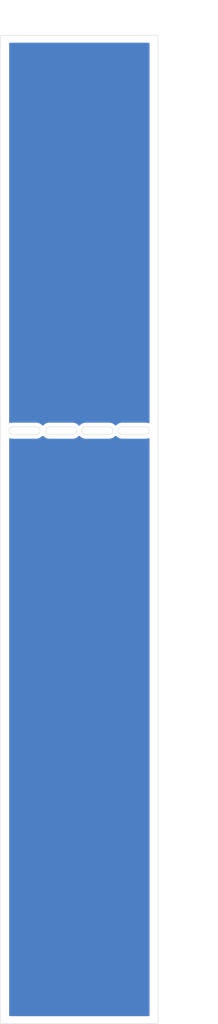
<source format=kicad_pcb>
(kicad_pcb (version 20171130) (host pcbnew "(5.1.10)-1")

  (general
    (thickness 1.6)
    (drawings 22)
    (tracks 0)
    (zones 0)
    (modules 0)
    (nets 1)
  )

  (page A4)
  (layers
    (0 F.Cu signal)
    (31 B.Cu signal)
    (32 B.Adhes user)
    (33 F.Adhes user)
    (34 B.Paste user)
    (35 F.Paste user)
    (36 B.SilkS user)
    (37 F.SilkS user)
    (38 B.Mask user)
    (39 F.Mask user)
    (40 Dwgs.User user)
    (41 Cmts.User user)
    (42 Eco1.User user)
    (43 Eco2.User user)
    (44 Edge.Cuts user)
    (45 Margin user)
    (46 B.CrtYd user)
    (47 F.CrtYd user)
    (48 B.Fab user)
    (49 F.Fab user)
  )

  (setup
    (last_trace_width 0.25)
    (trace_clearance 0.2)
    (zone_clearance 0.508)
    (zone_45_only no)
    (trace_min 0.2)
    (via_size 0.8)
    (via_drill 0.4)
    (via_min_size 0.4)
    (via_min_drill 0.3)
    (uvia_size 0.3)
    (uvia_drill 0.1)
    (uvias_allowed no)
    (uvia_min_size 0.2)
    (uvia_min_drill 0.1)
    (edge_width 0.05)
    (segment_width 0.2)
    (pcb_text_width 0.3)
    (pcb_text_size 1.5 1.5)
    (mod_edge_width 0.12)
    (mod_text_size 1 1)
    (mod_text_width 0.15)
    (pad_size 1.524 1.524)
    (pad_drill 0.762)
    (pad_to_mask_clearance 0.051)
    (solder_mask_min_width 0.25)
    (aux_axis_origin 0 0)
    (grid_origin 149.86 83.82)
    (visible_elements 7FFFFFFF)
    (pcbplotparams
      (layerselection 0x010fc_ffffffff)
      (usegerberextensions false)
      (usegerberattributes false)
      (usegerberadvancedattributes false)
      (creategerberjobfile false)
      (excludeedgelayer true)
      (linewidth 0.100000)
      (plotframeref false)
      (viasonmask false)
      (mode 1)
      (useauxorigin false)
      (hpglpennumber 1)
      (hpglpenspeed 20)
      (hpglpendiameter 15.000000)
      (psnegative false)
      (psa4output false)
      (plotreference true)
      (plotvalue true)
      (plotinvisibletext false)
      (padsonsilk false)
      (subtractmaskfromsilk false)
      (outputformat 1)
      (mirror false)
      (drillshape 1)
      (scaleselection 1)
      (outputdirectory ""))
  )

  (net 0 "")

  (net_class Default "This is the default net class."
    (clearance 0.2)
    (trace_width 0.25)
    (via_dia 0.8)
    (via_drill 0.4)
    (uvia_dia 0.3)
    (uvia_drill 0.1)
  )

  (gr_arc (start 158.39 71.13) (end 158.39 70.63) (angle 180) (layer Edge.Cuts) (width 0.05) (tstamp 61F2E280))
  (gr_arc (start 153.69 71.13) (end 153.69 70.63) (angle 180) (layer Edge.Cuts) (width 0.05) (tstamp 61F2E27E))
  (gr_arc (start 148.99 71.13) (end 148.99 70.63) (angle 180) (layer Edge.Cuts) (width 0.05) (tstamp 61F2E27C))
  (gr_line (start 155.39 71.63) (end 158.39 71.63) (layer Edge.Cuts) (width 0.05) (tstamp 61F2E279))
  (gr_line (start 150.69 71.63) (end 153.69 71.63) (layer Edge.Cuts) (width 0.05) (tstamp 61F2E277))
  (gr_line (start 145.99 71.63) (end 148.99 71.63) (layer Edge.Cuts) (width 0.05) (tstamp 61F2E275))
  (gr_arc (start 155.39 71.13) (end 155.39 71.63) (angle 180) (layer Edge.Cuts) (width 0.05) (tstamp 61F2E272))
  (gr_arc (start 150.69 71.13) (end 150.69 71.63) (angle 180) (layer Edge.Cuts) (width 0.05) (tstamp 61F2E270))
  (gr_arc (start 145.99 71.13) (end 145.99 71.63) (angle 180) (layer Edge.Cuts) (width 0.05) (tstamp 61F2E26E))
  (gr_line (start 155.39 70.63) (end 158.39 70.63) (layer Edge.Cuts) (width 0.05) (tstamp 61F2E26B))
  (gr_line (start 150.69 70.63) (end 153.69 70.63) (layer Edge.Cuts) (width 0.05) (tstamp 61F2E269))
  (gr_line (start 145.99 70.63) (end 148.99 70.63) (layer Edge.Cuts) (width 0.05) (tstamp 61F2E267))
  (gr_arc (start 144.29 71.13) (end 144.29 70.63) (angle 180) (layer Edge.Cuts) (width 0.05) (tstamp 61F2E1E5))
  (gr_arc (start 141.29 71.13) (end 141.29 71.63) (angle 180) (layer Edge.Cuts) (width 0.05) (tstamp 61F2E1EB))
  (gr_line (start 141.29 71.63) (end 144.29 71.63) (layer Edge.Cuts) (width 0.05) (tstamp 61F2E1E8))
  (gr_line (start 141.29 70.63) (end 144.29 70.63) (layer Edge.Cuts) (width 0.05) (tstamp 61F2E1EE))
  (dimension 127 (width 0.15) (layer Dwgs.User)
    (gr_text "5.0000 in" (at 166.4 83.82 270) (layer Dwgs.User)
      (effects (font (size 1 1) (thickness 0.15)))
    )
    (feature1 (pts (xy 160.02 147.32) (xy 165.686421 147.32)))
    (feature2 (pts (xy 160.02 20.32) (xy 165.686421 20.32)))
    (crossbar (pts (xy 165.1 20.32) (xy 165.1 147.32)))
    (arrow1a (pts (xy 165.1 147.32) (xy 164.513579 146.193496)))
    (arrow1b (pts (xy 165.1 147.32) (xy 165.686421 146.193496)))
    (arrow2a (pts (xy 165.1 20.32) (xy 164.513579 21.446504)))
    (arrow2b (pts (xy 165.1 20.32) (xy 165.686421 21.446504)))
  )
  (dimension 20.32 (width 0.15) (layer Dwgs.User)
    (gr_text "0.8000 in" (at 149.86 16.48) (layer Dwgs.User)
      (effects (font (size 1 1) (thickness 0.15)))
    )
    (feature1 (pts (xy 139.7 20.32) (xy 139.7 17.193579)))
    (feature2 (pts (xy 160.02 20.32) (xy 160.02 17.193579)))
    (crossbar (pts (xy 160.02 17.78) (xy 139.7 17.78)))
    (arrow1a (pts (xy 139.7 17.78) (xy 140.826504 17.193579)))
    (arrow1b (pts (xy 139.7 17.78) (xy 140.826504 18.366421)))
    (arrow2a (pts (xy 160.02 17.78) (xy 158.893496 17.193579)))
    (arrow2b (pts (xy 160.02 17.78) (xy 158.893496 18.366421)))
  )
  (gr_line (start 160.02 147.32) (end 160.02 20.32) (layer Edge.Cuts) (width 0.05) (tstamp 5DF84060))
  (gr_line (start 139.7 147.32) (end 160.02 147.32) (layer Edge.Cuts) (width 0.05))
  (gr_line (start 139.7 20.32) (end 139.7 147.32) (layer Edge.Cuts) (width 0.05))
  (gr_line (start 160.02 20.32) (end 139.7 20.32) (layer Edge.Cuts) (width 0.05))

  (zone (net 0) (net_name "") (layer F.Cu) (tstamp 0) (hatch edge 0.508)
    (connect_pads (clearance 0.508))
    (min_thickness 0.254)
    (fill yes (arc_segments 32) (thermal_gap 0.508) (thermal_bridge_width 0.508))
    (polygon
      (pts
        (xy 158.91 146.37) (xy 140.81 146.37) (xy 140.81 21.27) (xy 158.91 21.27)
      )
    )
    (filled_polygon
      (pts
        (xy 154.571594 71.947639) (xy 154.613439 71.990371) (xy 154.62054 71.996245) (xy 154.69616 72.057921) (xy 154.746025 72.091052)
        (xy 154.79535 72.124825) (xy 154.803445 72.129202) (xy 154.803448 72.129204) (xy 154.803451 72.129205) (xy 154.803456 72.129208)
        (xy 154.889617 72.17502) (xy 154.944909 72.197809) (xy 154.999898 72.221378) (xy 155.008701 72.224103) (xy 155.102119 72.252308)
        (xy 155.160826 72.263933) (xy 155.219316 72.276365) (xy 155.22847 72.277327) (xy 155.228476 72.277328) (xy 155.228481 72.277328)
        (xy 155.325598 72.28685) (xy 155.357581 72.29) (xy 158.422419 72.29) (xy 158.45489 72.286802) (xy 158.461383 72.286802)
        (xy 158.470547 72.285838) (xy 158.512831 72.281095) (xy 158.519383 72.28045) (xy 158.519852 72.280308) (xy 158.567522 72.274961)
        (xy 158.626002 72.262531) (xy 158.684717 72.250905) (xy 158.69352 72.24818) (xy 158.783 72.219795) (xy 158.783 146.243)
        (xy 140.937 146.243) (xy 140.937 72.232647) (xy 141.002119 72.252308) (xy 141.060826 72.263933) (xy 141.119316 72.276365)
        (xy 141.12847 72.277327) (xy 141.128476 72.277328) (xy 141.128481 72.277328) (xy 141.225598 72.28685) (xy 141.257581 72.29)
        (xy 144.322419 72.29) (xy 144.35489 72.286802) (xy 144.361383 72.286802) (xy 144.370547 72.285838) (xy 144.412831 72.281095)
        (xy 144.419383 72.28045) (xy 144.419852 72.280308) (xy 144.467522 72.274961) (xy 144.526002 72.262531) (xy 144.584717 72.250905)
        (xy 144.59352 72.24818) (xy 144.686535 72.218674) (xy 144.741495 72.195118) (xy 144.796822 72.172314) (xy 144.804928 72.167931)
        (xy 144.89044 72.12092) (xy 144.939771 72.087143) (xy 144.989626 72.054019) (xy 144.996719 72.048149) (xy 144.996723 72.048147)
        (xy 144.996726 72.048144) (xy 145.071478 71.985419) (xy 145.113321 71.94269) (xy 145.139966 71.916231) (xy 145.171594 71.947639)
        (xy 145.213439 71.990371) (xy 145.22054 71.996245) (xy 145.29616 72.057921) (xy 145.346025 72.091052) (xy 145.39535 72.124825)
        (xy 145.403445 72.129202) (xy 145.403448 72.129204) (xy 145.403451 72.129205) (xy 145.403456 72.129208) (xy 145.489617 72.17502)
        (xy 145.544909 72.197809) (xy 145.599898 72.221378) (xy 145.608701 72.224103) (xy 145.702119 72.252308) (xy 145.760826 72.263933)
        (xy 145.819316 72.276365) (xy 145.82847 72.277327) (xy 145.828476 72.277328) (xy 145.828481 72.277328) (xy 145.925598 72.28685)
        (xy 145.957581 72.29) (xy 149.022419 72.29) (xy 149.05489 72.286802) (xy 149.061383 72.286802) (xy 149.070547 72.285838)
        (xy 149.112831 72.281095) (xy 149.119383 72.28045) (xy 149.119852 72.280308) (xy 149.167522 72.274961) (xy 149.226002 72.262531)
        (xy 149.284717 72.250905) (xy 149.29352 72.24818) (xy 149.386535 72.218674) (xy 149.441495 72.195118) (xy 149.496822 72.172314)
        (xy 149.504928 72.167931) (xy 149.59044 72.12092) (xy 149.639771 72.087143) (xy 149.689626 72.054019) (xy 149.696719 72.048149)
        (xy 149.696723 72.048147) (xy 149.696726 72.048144) (xy 149.771478 71.985419) (xy 149.813321 71.94269) (xy 149.839966 71.916231)
        (xy 149.871594 71.947639) (xy 149.913439 71.990371) (xy 149.92054 71.996245) (xy 149.99616 72.057921) (xy 150.046025 72.091052)
        (xy 150.09535 72.124825) (xy 150.103445 72.129202) (xy 150.103448 72.129204) (xy 150.103451 72.129205) (xy 150.103456 72.129208)
        (xy 150.189617 72.17502) (xy 150.244909 72.197809) (xy 150.299898 72.221378) (xy 150.308701 72.224103) (xy 150.402119 72.252308)
        (xy 150.460826 72.263933) (xy 150.519316 72.276365) (xy 150.52847 72.277327) (xy 150.528476 72.277328) (xy 150.528481 72.277328)
        (xy 150.625598 72.28685) (xy 150.657581 72.29) (xy 153.722419 72.29) (xy 153.75489 72.286802) (xy 153.761383 72.286802)
        (xy 153.770547 72.285838) (xy 153.812831 72.281095) (xy 153.819383 72.28045) (xy 153.819852 72.280308) (xy 153.867522 72.274961)
        (xy 153.926002 72.262531) (xy 153.984717 72.250905) (xy 153.99352 72.24818) (xy 154.086535 72.218674) (xy 154.141495 72.195118)
        (xy 154.196822 72.172314) (xy 154.204928 72.167931) (xy 154.29044 72.12092) (xy 154.339771 72.087143) (xy 154.389626 72.054019)
        (xy 154.396719 72.048149) (xy 154.396723 72.048147) (xy 154.396726 72.048144) (xy 154.471478 71.985419) (xy 154.513321 71.94269)
        (xy 154.539966 71.916231)
      )
    )
    (filled_polygon
      (pts
        (xy 158.783 70.039864) (xy 158.780102 70.038622) (xy 158.771299 70.035897) (xy 158.677881 70.007692) (xy 158.619174 69.996067)
        (xy 158.560684 69.983635) (xy 158.55153 69.982673) (xy 158.551524 69.982672) (xy 158.551519 69.982672) (xy 158.454402 69.97315)
        (xy 158.422419 69.97) (xy 155.357581 69.97) (xy 155.32511 69.973198) (xy 155.318617 69.973198) (xy 155.309453 69.974162)
        (xy 155.267169 69.978905) (xy 155.260617 69.97955) (xy 155.260148 69.979692) (xy 155.212478 69.985039) (xy 155.153984 69.997472)
        (xy 155.095284 70.009095) (xy 155.086481 70.01182) (xy 154.993465 70.041326) (xy 154.938505 70.064882) (xy 154.883178 70.087686)
        (xy 154.875072 70.092069) (xy 154.789559 70.13908) (xy 154.740208 70.172872) (xy 154.690374 70.205982) (xy 154.683274 70.211856)
        (xy 154.608522 70.274581) (xy 154.566695 70.317294) (xy 154.540034 70.343769) (xy 154.508406 70.312361) (xy 154.466561 70.269629)
        (xy 154.45946 70.263755) (xy 154.383839 70.202079) (xy 154.334034 70.168988) (xy 154.28465 70.135174) (xy 154.276544 70.130792)
        (xy 154.190383 70.08498) (xy 154.135091 70.062191) (xy 154.080102 70.038622) (xy 154.071299 70.035897) (xy 153.977881 70.007692)
        (xy 153.919174 69.996067) (xy 153.860684 69.983635) (xy 153.85153 69.982673) (xy 153.851524 69.982672) (xy 153.851519 69.982672)
        (xy 153.754402 69.97315) (xy 153.722419 69.97) (xy 150.657581 69.97) (xy 150.62511 69.973198) (xy 150.618617 69.973198)
        (xy 150.609453 69.974162) (xy 150.567169 69.978905) (xy 150.560617 69.97955) (xy 150.560148 69.979692) (xy 150.512478 69.985039)
        (xy 150.453984 69.997472) (xy 150.395284 70.009095) (xy 150.386481 70.01182) (xy 150.293465 70.041326) (xy 150.238505 70.064882)
        (xy 150.183178 70.087686) (xy 150.175072 70.092069) (xy 150.089559 70.13908) (xy 150.040208 70.172872) (xy 149.990374 70.205982)
        (xy 149.983274 70.211856) (xy 149.908522 70.274581) (xy 149.866695 70.317294) (xy 149.840034 70.343769) (xy 149.808406 70.312361)
        (xy 149.766561 70.269629) (xy 149.75946 70.263755) (xy 149.683839 70.202079) (xy 149.634034 70.168988) (xy 149.58465 70.135174)
        (xy 149.576544 70.130792) (xy 149.490383 70.08498) (xy 149.435091 70.062191) (xy 149.380102 70.038622) (xy 149.371299 70.035897)
        (xy 149.277881 70.007692) (xy 149.219174 69.996067) (xy 149.160684 69.983635) (xy 149.15153 69.982673) (xy 149.151524 69.982672)
        (xy 149.151519 69.982672) (xy 149.054402 69.97315) (xy 149.022419 69.97) (xy 145.957581 69.97) (xy 145.92511 69.973198)
        (xy 145.918617 69.973198) (xy 145.909453 69.974162) (xy 145.867169 69.978905) (xy 145.860617 69.97955) (xy 145.860148 69.979692)
        (xy 145.812478 69.985039) (xy 145.753984 69.997472) (xy 145.695284 70.009095) (xy 145.686481 70.01182) (xy 145.593465 70.041326)
        (xy 145.538505 70.064882) (xy 145.483178 70.087686) (xy 145.475072 70.092069) (xy 145.389559 70.13908) (xy 145.340208 70.172872)
        (xy 145.290374 70.205982) (xy 145.283274 70.211856) (xy 145.208522 70.274581) (xy 145.166695 70.317294) (xy 145.140034 70.343769)
        (xy 145.108406 70.312361) (xy 145.066561 70.269629) (xy 145.05946 70.263755) (xy 144.983839 70.202079) (xy 144.934034 70.168988)
        (xy 144.88465 70.135174) (xy 144.876544 70.130792) (xy 144.790383 70.08498) (xy 144.735091 70.062191) (xy 144.680102 70.038622)
        (xy 144.671299 70.035897) (xy 144.577881 70.007692) (xy 144.519174 69.996067) (xy 144.460684 69.983635) (xy 144.45153 69.982673)
        (xy 144.451524 69.982672) (xy 144.451519 69.982672) (xy 144.354402 69.97315) (xy 144.322419 69.97) (xy 141.257581 69.97)
        (xy 141.22511 69.973198) (xy 141.218617 69.973198) (xy 141.209453 69.974162) (xy 141.167169 69.978905) (xy 141.160617 69.97955)
        (xy 141.160148 69.979692) (xy 141.112478 69.985039) (xy 141.053984 69.997472) (xy 140.995284 70.009095) (xy 140.986481 70.01182)
        (xy 140.937 70.027516) (xy 140.937 21.397) (xy 158.783 21.397)
      )
    )
  )
  (zone (net 0) (net_name "") (layer B.Cu) (tstamp 61F2E2A5) (hatch edge 0.508)
    (connect_pads (clearance 0.508))
    (min_thickness 0.254)
    (fill yes (arc_segments 32) (thermal_gap 0.508) (thermal_bridge_width 0.508))
    (polygon
      (pts
        (xy 158.91 146.37) (xy 140.81 146.37) (xy 140.81 21.27) (xy 158.91 21.27)
      )
    )
    (filled_polygon
      (pts
        (xy 154.571594 71.947639) (xy 154.613439 71.990371) (xy 154.62054 71.996245) (xy 154.69616 72.057921) (xy 154.746025 72.091052)
        (xy 154.79535 72.124825) (xy 154.803445 72.129202) (xy 154.803448 72.129204) (xy 154.803451 72.129205) (xy 154.803456 72.129208)
        (xy 154.889617 72.17502) (xy 154.944909 72.197809) (xy 154.999898 72.221378) (xy 155.008701 72.224103) (xy 155.102119 72.252308)
        (xy 155.160826 72.263933) (xy 155.219316 72.276365) (xy 155.22847 72.277327) (xy 155.228476 72.277328) (xy 155.228481 72.277328)
        (xy 155.325598 72.28685) (xy 155.357581 72.29) (xy 158.422419 72.29) (xy 158.45489 72.286802) (xy 158.461383 72.286802)
        (xy 158.470547 72.285838) (xy 158.512831 72.281095) (xy 158.519383 72.28045) (xy 158.519852 72.280308) (xy 158.567522 72.274961)
        (xy 158.626002 72.262531) (xy 158.684717 72.250905) (xy 158.69352 72.24818) (xy 158.783 72.219795) (xy 158.783 146.243)
        (xy 140.937 146.243) (xy 140.937 72.232647) (xy 141.002119 72.252308) (xy 141.060826 72.263933) (xy 141.119316 72.276365)
        (xy 141.12847 72.277327) (xy 141.128476 72.277328) (xy 141.128481 72.277328) (xy 141.225598 72.28685) (xy 141.257581 72.29)
        (xy 144.322419 72.29) (xy 144.35489 72.286802) (xy 144.361383 72.286802) (xy 144.370547 72.285838) (xy 144.412831 72.281095)
        (xy 144.419383 72.28045) (xy 144.419852 72.280308) (xy 144.467522 72.274961) (xy 144.526002 72.262531) (xy 144.584717 72.250905)
        (xy 144.59352 72.24818) (xy 144.686535 72.218674) (xy 144.741495 72.195118) (xy 144.796822 72.172314) (xy 144.804928 72.167931)
        (xy 144.89044 72.12092) (xy 144.939771 72.087143) (xy 144.989626 72.054019) (xy 144.996719 72.048149) (xy 144.996723 72.048147)
        (xy 144.996726 72.048144) (xy 145.071478 71.985419) (xy 145.113321 71.94269) (xy 145.139966 71.916231) (xy 145.171594 71.947639)
        (xy 145.213439 71.990371) (xy 145.22054 71.996245) (xy 145.29616 72.057921) (xy 145.346025 72.091052) (xy 145.39535 72.124825)
        (xy 145.403445 72.129202) (xy 145.403448 72.129204) (xy 145.403451 72.129205) (xy 145.403456 72.129208) (xy 145.489617 72.17502)
        (xy 145.544909 72.197809) (xy 145.599898 72.221378) (xy 145.608701 72.224103) (xy 145.702119 72.252308) (xy 145.760826 72.263933)
        (xy 145.819316 72.276365) (xy 145.82847 72.277327) (xy 145.828476 72.277328) (xy 145.828481 72.277328) (xy 145.925598 72.28685)
        (xy 145.957581 72.29) (xy 149.022419 72.29) (xy 149.05489 72.286802) (xy 149.061383 72.286802) (xy 149.070547 72.285838)
        (xy 149.112831 72.281095) (xy 149.119383 72.28045) (xy 149.119852 72.280308) (xy 149.167522 72.274961) (xy 149.226002 72.262531)
        (xy 149.284717 72.250905) (xy 149.29352 72.24818) (xy 149.386535 72.218674) (xy 149.441495 72.195118) (xy 149.496822 72.172314)
        (xy 149.504928 72.167931) (xy 149.59044 72.12092) (xy 149.639771 72.087143) (xy 149.689626 72.054019) (xy 149.696719 72.048149)
        (xy 149.696723 72.048147) (xy 149.696726 72.048144) (xy 149.771478 71.985419) (xy 149.813321 71.94269) (xy 149.839966 71.916231)
        (xy 149.871594 71.947639) (xy 149.913439 71.990371) (xy 149.92054 71.996245) (xy 149.99616 72.057921) (xy 150.046025 72.091052)
        (xy 150.09535 72.124825) (xy 150.103445 72.129202) (xy 150.103448 72.129204) (xy 150.103451 72.129205) (xy 150.103456 72.129208)
        (xy 150.189617 72.17502) (xy 150.244909 72.197809) (xy 150.299898 72.221378) (xy 150.308701 72.224103) (xy 150.402119 72.252308)
        (xy 150.460826 72.263933) (xy 150.519316 72.276365) (xy 150.52847 72.277327) (xy 150.528476 72.277328) (xy 150.528481 72.277328)
        (xy 150.625598 72.28685) (xy 150.657581 72.29) (xy 153.722419 72.29) (xy 153.75489 72.286802) (xy 153.761383 72.286802)
        (xy 153.770547 72.285838) (xy 153.812831 72.281095) (xy 153.819383 72.28045) (xy 153.819852 72.280308) (xy 153.867522 72.274961)
        (xy 153.926002 72.262531) (xy 153.984717 72.250905) (xy 153.99352 72.24818) (xy 154.086535 72.218674) (xy 154.141495 72.195118)
        (xy 154.196822 72.172314) (xy 154.204928 72.167931) (xy 154.29044 72.12092) (xy 154.339771 72.087143) (xy 154.389626 72.054019)
        (xy 154.396719 72.048149) (xy 154.396723 72.048147) (xy 154.396726 72.048144) (xy 154.471478 71.985419) (xy 154.513321 71.94269)
        (xy 154.539966 71.916231)
      )
    )
    (filled_polygon
      (pts
        (xy 158.783 70.039864) (xy 158.780102 70.038622) (xy 158.771299 70.035897) (xy 158.677881 70.007692) (xy 158.619174 69.996067)
        (xy 158.560684 69.983635) (xy 158.55153 69.982673) (xy 158.551524 69.982672) (xy 158.551519 69.982672) (xy 158.454402 69.97315)
        (xy 158.422419 69.97) (xy 155.357581 69.97) (xy 155.32511 69.973198) (xy 155.318617 69.973198) (xy 155.309453 69.974162)
        (xy 155.267169 69.978905) (xy 155.260617 69.97955) (xy 155.260148 69.979692) (xy 155.212478 69.985039) (xy 155.153984 69.997472)
        (xy 155.095284 70.009095) (xy 155.086481 70.01182) (xy 154.993465 70.041326) (xy 154.938505 70.064882) (xy 154.883178 70.087686)
        (xy 154.875072 70.092069) (xy 154.789559 70.13908) (xy 154.740208 70.172872) (xy 154.690374 70.205982) (xy 154.683274 70.211856)
        (xy 154.608522 70.274581) (xy 154.566695 70.317294) (xy 154.540034 70.343769) (xy 154.508406 70.312361) (xy 154.466561 70.269629)
        (xy 154.45946 70.263755) (xy 154.383839 70.202079) (xy 154.334034 70.168988) (xy 154.28465 70.135174) (xy 154.276544 70.130792)
        (xy 154.190383 70.08498) (xy 154.135091 70.062191) (xy 154.080102 70.038622) (xy 154.071299 70.035897) (xy 153.977881 70.007692)
        (xy 153.919174 69.996067) (xy 153.860684 69.983635) (xy 153.85153 69.982673) (xy 153.851524 69.982672) (xy 153.851519 69.982672)
        (xy 153.754402 69.97315) (xy 153.722419 69.97) (xy 150.657581 69.97) (xy 150.62511 69.973198) (xy 150.618617 69.973198)
        (xy 150.609453 69.974162) (xy 150.567169 69.978905) (xy 150.560617 69.97955) (xy 150.560148 69.979692) (xy 150.512478 69.985039)
        (xy 150.453984 69.997472) (xy 150.395284 70.009095) (xy 150.386481 70.01182) (xy 150.293465 70.041326) (xy 150.238505 70.064882)
        (xy 150.183178 70.087686) (xy 150.175072 70.092069) (xy 150.089559 70.13908) (xy 150.040208 70.172872) (xy 149.990374 70.205982)
        (xy 149.983274 70.211856) (xy 149.908522 70.274581) (xy 149.866695 70.317294) (xy 149.840034 70.343769) (xy 149.808406 70.312361)
        (xy 149.766561 70.269629) (xy 149.75946 70.263755) (xy 149.683839 70.202079) (xy 149.634034 70.168988) (xy 149.58465 70.135174)
        (xy 149.576544 70.130792) (xy 149.490383 70.08498) (xy 149.435091 70.062191) (xy 149.380102 70.038622) (xy 149.371299 70.035897)
        (xy 149.277881 70.007692) (xy 149.219174 69.996067) (xy 149.160684 69.983635) (xy 149.15153 69.982673) (xy 149.151524 69.982672)
        (xy 149.151519 69.982672) (xy 149.054402 69.97315) (xy 149.022419 69.97) (xy 145.957581 69.97) (xy 145.92511 69.973198)
        (xy 145.918617 69.973198) (xy 145.909453 69.974162) (xy 145.867169 69.978905) (xy 145.860617 69.97955) (xy 145.860148 69.979692)
        (xy 145.812478 69.985039) (xy 145.753984 69.997472) (xy 145.695284 70.009095) (xy 145.686481 70.01182) (xy 145.593465 70.041326)
        (xy 145.538505 70.064882) (xy 145.483178 70.087686) (xy 145.475072 70.092069) (xy 145.389559 70.13908) (xy 145.340208 70.172872)
        (xy 145.290374 70.205982) (xy 145.283274 70.211856) (xy 145.208522 70.274581) (xy 145.166695 70.317294) (xy 145.140034 70.343769)
        (xy 145.108406 70.312361) (xy 145.066561 70.269629) (xy 145.05946 70.263755) (xy 144.983839 70.202079) (xy 144.934034 70.168988)
        (xy 144.88465 70.135174) (xy 144.876544 70.130792) (xy 144.790383 70.08498) (xy 144.735091 70.062191) (xy 144.680102 70.038622)
        (xy 144.671299 70.035897) (xy 144.577881 70.007692) (xy 144.519174 69.996067) (xy 144.460684 69.983635) (xy 144.45153 69.982673)
        (xy 144.451524 69.982672) (xy 144.451519 69.982672) (xy 144.354402 69.97315) (xy 144.322419 69.97) (xy 141.257581 69.97)
        (xy 141.22511 69.973198) (xy 141.218617 69.973198) (xy 141.209453 69.974162) (xy 141.167169 69.978905) (xy 141.160617 69.97955)
        (xy 141.160148 69.979692) (xy 141.112478 69.985039) (xy 141.053984 69.997472) (xy 140.995284 70.009095) (xy 140.986481 70.01182)
        (xy 140.937 70.027516) (xy 140.937 21.397) (xy 158.783 21.397)
      )
    )
  )
  (zone (net 0) (net_name "") (layer B.Mask) (tstamp 0) (hatch edge 0.508)
    (connect_pads (clearance 0.508))
    (min_thickness 0.254)
    (fill yes (arc_segments 32) (thermal_gap 0.508) (thermal_bridge_width 0.508))
    (polygon
      (pts
        (xy 160.02 147.32) (xy 139.7 147.32) (xy 139.7 20.32) (xy 160.02 20.32)
      )
    )
    (filled_polygon
      (pts
        (xy 159.893 147.193) (xy 139.827 147.193) (xy 139.827 71.058843) (xy 140.795089 71.058843) (xy 140.795089 71.201157)
        (xy 140.835184 71.337708) (xy 140.912125 71.45743) (xy 141.01968 71.550627) (xy 141.149134 71.609746) (xy 141.29 71.63)
        (xy 144.29 71.63) (xy 144.430866 71.609746) (xy 144.56032 71.550627) (xy 144.667875 71.45743) (xy 144.744816 71.337708)
        (xy 144.784911 71.201157) (xy 144.784911 71.058843) (xy 145.495089 71.058843) (xy 145.495089 71.201157) (xy 145.535184 71.337708)
        (xy 145.612125 71.45743) (xy 145.71968 71.550627) (xy 145.849134 71.609746) (xy 145.99 71.63) (xy 148.99 71.63)
        (xy 149.130866 71.609746) (xy 149.26032 71.550627) (xy 149.367875 71.45743) (xy 149.444816 71.337708) (xy 149.484911 71.201157)
        (xy 149.484911 71.058843) (xy 150.195089 71.058843) (xy 150.195089 71.201157) (xy 150.235184 71.337708) (xy 150.312125 71.45743)
        (xy 150.41968 71.550627) (xy 150.549134 71.609746) (xy 150.69 71.63) (xy 153.69 71.63) (xy 153.830866 71.609746)
        (xy 153.96032 71.550627) (xy 154.067875 71.45743) (xy 154.144816 71.337708) (xy 154.184911 71.201157) (xy 154.184911 71.058843)
        (xy 154.895089 71.058843) (xy 154.895089 71.201157) (xy 154.935184 71.337708) (xy 155.012125 71.45743) (xy 155.11968 71.550627)
        (xy 155.249134 71.609746) (xy 155.39 71.63) (xy 158.39 71.63) (xy 158.530866 71.609746) (xy 158.66032 71.550627)
        (xy 158.767875 71.45743) (xy 158.844816 71.337708) (xy 158.884911 71.201157) (xy 158.884911 71.058843) (xy 158.844816 70.922292)
        (xy 158.767875 70.80257) (xy 158.66032 70.709373) (xy 158.530866 70.650254) (xy 158.39 70.63) (xy 155.39 70.63)
        (xy 155.249134 70.650254) (xy 155.11968 70.709373) (xy 155.012125 70.80257) (xy 154.935184 70.922292) (xy 154.895089 71.058843)
        (xy 154.184911 71.058843) (xy 154.144816 70.922292) (xy 154.067875 70.80257) (xy 153.96032 70.709373) (xy 153.830866 70.650254)
        (xy 153.69 70.63) (xy 150.69 70.63) (xy 150.549134 70.650254) (xy 150.41968 70.709373) (xy 150.312125 70.80257)
        (xy 150.235184 70.922292) (xy 150.195089 71.058843) (xy 149.484911 71.058843) (xy 149.444816 70.922292) (xy 149.367875 70.80257)
        (xy 149.26032 70.709373) (xy 149.130866 70.650254) (xy 148.99 70.63) (xy 145.99 70.63) (xy 145.849134 70.650254)
        (xy 145.71968 70.709373) (xy 145.612125 70.80257) (xy 145.535184 70.922292) (xy 145.495089 71.058843) (xy 144.784911 71.058843)
        (xy 144.744816 70.922292) (xy 144.667875 70.80257) (xy 144.56032 70.709373) (xy 144.430866 70.650254) (xy 144.29 70.63)
        (xy 141.29 70.63) (xy 141.149134 70.650254) (xy 141.01968 70.709373) (xy 140.912125 70.80257) (xy 140.835184 70.922292)
        (xy 140.795089 71.058843) (xy 139.827 71.058843) (xy 139.827 20.447) (xy 159.893 20.447)
      )
    )
  )
  (zone (net 0) (net_name "") (layer F.Mask) (tstamp 61F2E424) (hatch edge 0.508)
    (connect_pads (clearance 0.508))
    (min_thickness 0.254)
    (fill yes (arc_segments 32) (thermal_gap 0.508) (thermal_bridge_width 0.508))
    (polygon
      (pts
        (xy 160.02 147.32) (xy 139.7 147.32) (xy 139.7 20.32) (xy 160.02 20.32)
      )
    )
    (filled_polygon
      (pts
        (xy 159.893 147.193) (xy 139.827 147.193) (xy 139.827 71.058843) (xy 140.795089 71.058843) (xy 140.795089 71.201157)
        (xy 140.835184 71.337708) (xy 140.912125 71.45743) (xy 141.01968 71.550627) (xy 141.149134 71.609746) (xy 141.29 71.63)
        (xy 144.29 71.63) (xy 144.430866 71.609746) (xy 144.56032 71.550627) (xy 144.667875 71.45743) (xy 144.744816 71.337708)
        (xy 144.784911 71.201157) (xy 144.784911 71.058843) (xy 145.495089 71.058843) (xy 145.495089 71.201157) (xy 145.535184 71.337708)
        (xy 145.612125 71.45743) (xy 145.71968 71.550627) (xy 145.849134 71.609746) (xy 145.99 71.63) (xy 148.99 71.63)
        (xy 149.130866 71.609746) (xy 149.26032 71.550627) (xy 149.367875 71.45743) (xy 149.444816 71.337708) (xy 149.484911 71.201157)
        (xy 149.484911 71.058843) (xy 150.195089 71.058843) (xy 150.195089 71.201157) (xy 150.235184 71.337708) (xy 150.312125 71.45743)
        (xy 150.41968 71.550627) (xy 150.549134 71.609746) (xy 150.69 71.63) (xy 153.69 71.63) (xy 153.830866 71.609746)
        (xy 153.96032 71.550627) (xy 154.067875 71.45743) (xy 154.144816 71.337708) (xy 154.184911 71.201157) (xy 154.184911 71.058843)
        (xy 154.895089 71.058843) (xy 154.895089 71.201157) (xy 154.935184 71.337708) (xy 155.012125 71.45743) (xy 155.11968 71.550627)
        (xy 155.249134 71.609746) (xy 155.39 71.63) (xy 158.39 71.63) (xy 158.530866 71.609746) (xy 158.66032 71.550627)
        (xy 158.767875 71.45743) (xy 158.844816 71.337708) (xy 158.884911 71.201157) (xy 158.884911 71.058843) (xy 158.844816 70.922292)
        (xy 158.767875 70.80257) (xy 158.66032 70.709373) (xy 158.530866 70.650254) (xy 158.39 70.63) (xy 155.39 70.63)
        (xy 155.249134 70.650254) (xy 155.11968 70.709373) (xy 155.012125 70.80257) (xy 154.935184 70.922292) (xy 154.895089 71.058843)
        (xy 154.184911 71.058843) (xy 154.144816 70.922292) (xy 154.067875 70.80257) (xy 153.96032 70.709373) (xy 153.830866 70.650254)
        (xy 153.69 70.63) (xy 150.69 70.63) (xy 150.549134 70.650254) (xy 150.41968 70.709373) (xy 150.312125 70.80257)
        (xy 150.235184 70.922292) (xy 150.195089 71.058843) (xy 149.484911 71.058843) (xy 149.444816 70.922292) (xy 149.367875 70.80257)
        (xy 149.26032 70.709373) (xy 149.130866 70.650254) (xy 148.99 70.63) (xy 145.99 70.63) (xy 145.849134 70.650254)
        (xy 145.71968 70.709373) (xy 145.612125 70.80257) (xy 145.535184 70.922292) (xy 145.495089 71.058843) (xy 144.784911 71.058843)
        (xy 144.744816 70.922292) (xy 144.667875 70.80257) (xy 144.56032 70.709373) (xy 144.430866 70.650254) (xy 144.29 70.63)
        (xy 141.29 70.63) (xy 141.149134 70.650254) (xy 141.01968 70.709373) (xy 140.912125 70.80257) (xy 140.835184 70.922292)
        (xy 140.795089 71.058843) (xy 139.827 71.058843) (xy 139.827 20.447) (xy 159.893 20.447)
      )
    )
  )
)

</source>
